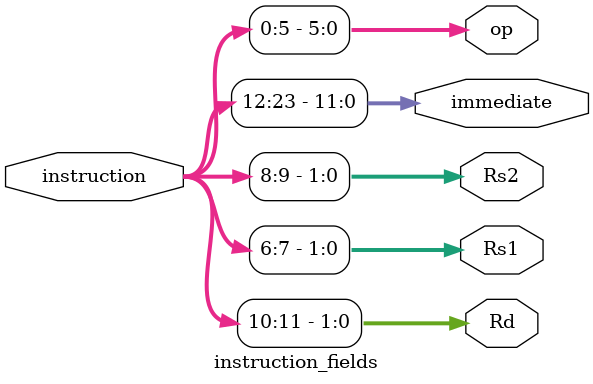
<source format=v>
module instruction_fields(
	input [0:23]	instruction,
	output [0:1]	Rd, Rs1, Rs2,
	output [0:11]	immediate,
	output [0:5]	op
);

	/*
	Instruction Format:

	Bits 23 - 18:
		Op, to Control Unit

	Bits 17 - 16:
		Rs1

	Bits 15 - 14:
		Rs2

	Bits 13 - 12:
		Rd

	Bits 11 - 0:
		Immediate

	Depending on the Op, the Immediate will be extended to include the information from Rd, Rs2, and Rs2. 

	*/
	assign op = instruction[0:5];
	assign Rs1 = instruction[6:7];
	assign Rs2 = instruction[8:9];
	assign Rd = instruction[10:11];
	assign immediate = instruction[12:23];

endmodule
</source>
